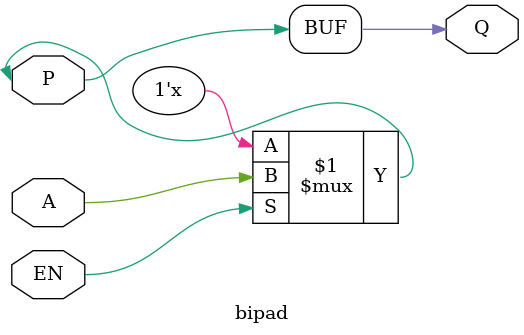
<source format=v>
module bipad (
    input  A,
    input  EN,
    output Q,
    (* iopad_external_pin *)
    inout  P
);
  assign Q = P;
  assign P = EN ? A : 1'bz;
endmodule

</source>
